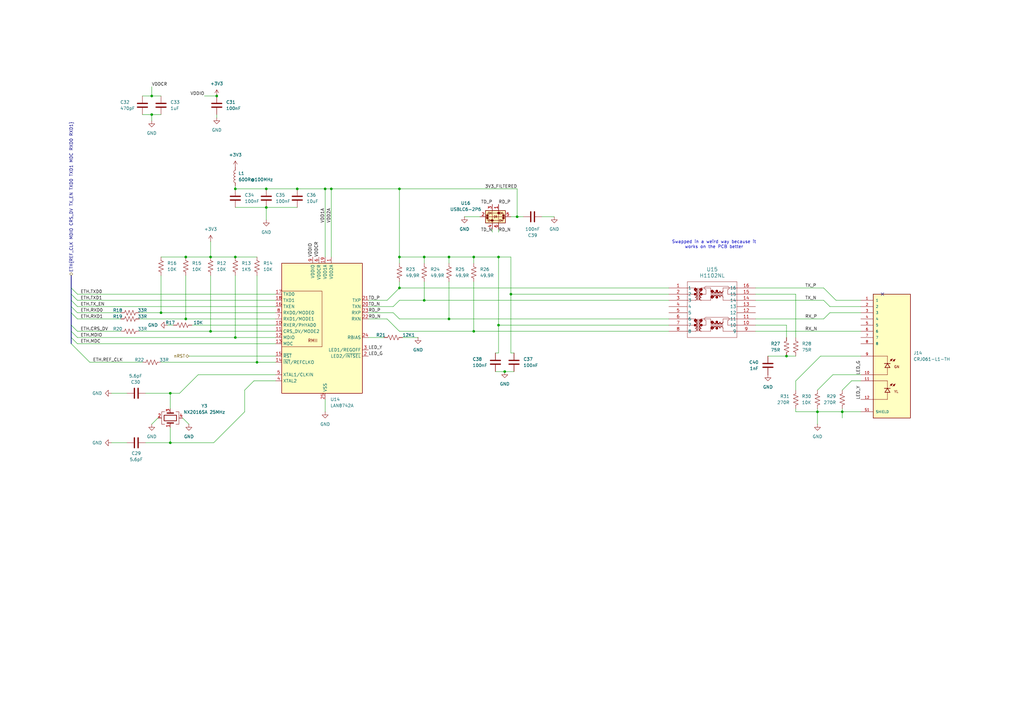
<source format=kicad_sch>
(kicad_sch (version 20250114) (generator "eeschema") (generator_version "9.0")
  (paper "A3")
  (lib_symbols
    (symbol "Connector:CRJ061-L1-TH" (pin_names (offset 1.016))
      (property "Reference" "J" (at -7.62 26.162 0))
      (property "Value" "CRJ061-L1-TH" (at -7.62 -26.162 0))
      (symbol "CRJ061-L1-TH_0_0"
        (text "GN" (at 0.889 -3.81 0) (effects (font (size 1.016 1.016)) (justify left top)))
        (text "YL" (at 0.889 -13.97 0) (effects (font (size 1.016 1.016)) (justify left top)))
        (pin passive line (at -12.7 22.86 0) (length 5.08) (name "1") (number "1"))
        (pin passive line (at -12.7 20.32 0) (length 5.08) (name "2") (number "2"))
        (pin passive line (at -12.7 17.78 0) (length 5.08) (name "3") (number "3"))
        (pin passive line (at -12.7 15.24 0) (length 5.08) (name "4") (number "4"))
        (pin passive line (at -12.7 12.7 0) (length 5.08) (name "5") (number "5"))
        (pin passive line (at -12.7 10.16 0) (length 5.08) (name "6") (number "6"))
        (pin passive line (at -12.7 7.62 0) (length 5.08) (name "7") (number "7"))
        (pin passive line (at -12.7 5.08 0) (length 5.08) (name "8") (number "8"))
        (pin passive line (at -12.7 0 0) (length 5.08) (name "~") (number "9"))
        (pin passive line (at -12.7 -7.62 0) (length 5.08) (name "~") (number "10"))
        (pin passive line (at -12.7 -10.16 0) (length 5.08) (name "~") (number "11"))
        (pin passive line (at -12.7 -17.78 0) (length 5.08) (name "~") (number "12"))
        (pin passive line (at -12.7 -22.86 0) (length 5.08) (name "SHIELD") (number "S1"))
        (pin passive line (at -12.7 -22.86 0) (length 5.08) (hide yes) (name "SHIELD") (number "S2"))
      )
    )
    (symbol "Device:C" (pin_numbers (hide yes)) (pin_names (offset 0.254))
      (property "Reference" "C" (at 0.635 2.54 0))
      (property "Value" "C" (at 0.635 -2.54 0))
      (symbol "C_1_1"
        (pin passive line (at 0 3.81 270) (length 2.794) (name "~") (number "1"))
        (pin passive line (at 0 -3.81 90) (length 2.794) (name "~") (number "2"))
      )
    )
    (symbol "Device:Crystal_GND24" (pin_names (offset 1.016) (hide yes))
      (property "Reference" "Y" (at 3.175 5.08 0))
      (property "Value" "Crystal_GND24" (at 3.175 3.175 0))
      (symbol "Crystal_GND24_1_1"
        (pin passive line (at -3.81 0 0) (length 1.27) (name "1") (number "1"))
        (pin passive line (at 0 5.08 270) (length 1.27) (name "2") (number "2"))
        (pin passive line (at 0 -5.08 90) (length 1.27) (name "4") (number "4"))
        (pin passive line (at 3.81 0 180) (length 1.27) (name "3") (number "3"))
      )
    )
    (symbol "Device:L" (pin_numbers (hide yes)) (pin_names (offset 1.016) (hide yes))
      (property "Reference" "L" (at -1.27 0 90))
      (property "Value" "L" (at 1.905 0 90))
      (symbol "L_1_1"
        (pin passive line (at 0 3.81 270) (length 1.27) (name "1") (number "1"))
        (pin passive line (at 0 -3.81 90) (length 1.27) (name "2") (number "2"))
      )
    )
    (symbol "Device:R_US" (pin_numbers (hide yes)) (pin_names (offset 0))
      (property "Reference" "R" (at 2.54 0 90))
      (property "Value" "R_US" (at -2.54 0 90))
      (symbol "R_US_1_1"
        (pin passive line (at 0 3.81 270) (length 1.27) (name "~") (number "1"))
        (pin passive line (at 0 -3.81 90) (length 1.27) (name "~") (number "2"))
      )
    )
    (symbol "Interface_Ethernet:LAN8742A"
      (property "Reference" "U" (at -13.97 29.21 0))
      (property "Value" "LAN8742A" (at 15.24 29.21 0))
      (symbol "LAN8742A_0_0"
        (text "RMII" (at -5.08 -3.81 0) (effects (font (size 1.27 1.27))))
      )
      (symbol "LAN8742A_1_1"
        (pin input line (at -20.32 15.24 0) (length 2.54) (name "TXD0") (number "17"))
        (pin input line (at -20.32 12.7 0) (length 2.54) (name "TXD1") (number "18"))
        (pin input line (at -20.32 10.16 0) (length 2.54) (name "TXEN") (number "16"))
        (pin bidirectional line (at -20.32 7.62 0) (length 2.54) (name "RXD0/MODE0") (number "8"))
        (pin bidirectional line (at -20.32 5.08 0) (length 2.54) (name "RXD1/MODE1") (number "7"))
        (pin output line (at -20.32 2.54 0) (length 2.54) (name "RXER/PHYAD0") (number "10"))
        (pin bidirectional line (at -20.32 0 0) (length 2.54) (name "CRS_DV/MODE2") (number "11"))
        (pin bidirectional line (at -20.32 -2.54 0) (length 2.54) (name "MDIO") (number "12"))
        (pin input line (at -20.32 -5.08 0) (length 2.54) (name "MDC") (number "13"))
        (pin input line (at -20.32 -10.16 0) (length 2.54) (name "~{RST}") (number "15"))
        (pin output line (at -20.32 -12.7 0) (length 2.54) (name "~{INT}/REFCLKO") (number "14"))
        (pin input line (at -20.32 -17.78 0) (length 2.54) (name "XTAL1/CLKIN") (number "5"))
        (pin output line (at -20.32 -20.32 0) (length 2.54) (name "XTAL2") (number "4"))
        (pin power_in line (at -5.08 30.48 270) (length 2.54) (name "VDDIO") (number "9"))
        (pin power_in line (at -2.54 30.48 270) (length 2.54) (name "VDDCR") (number "6"))
        (pin power_in line (at 0 30.48 270) (length 2.54) (name "VDD1A") (number "19"))
        (pin power_in line (at 0 -27.94 90) (length 2.54) (name "VSS") (number "25"))
        (pin power_in line (at 2.54 30.48 270) (length 2.54) (name "VDD2A") (number "1"))
        (pin passive line (at 17.78 12.7 180) (length 2.54) (name "TXP") (number "21"))
        (pin passive line (at 17.78 10.16 180) (length 2.54) (name "TXN") (number "20"))
        (pin passive line (at 17.78 7.62 180) (length 2.54) (name "RXP") (number "23"))
        (pin passive line (at 17.78 5.08 180) (length 2.54) (name "RXN") (number "22"))
        (pin passive line (at 17.78 -2.54 180) (length 2.54) (name "RBIAS") (number "24"))
        (pin bidirectional line (at 17.78 -7.62 180) (length 2.54) (name "LED1/REGOFF") (number "3"))
        (pin bidirectional line (at 17.78 -10.16 180) (length 2.54) (name "LED2/~{INTSEL}") (number "2"))
      )
    )
    (symbol "Isolator:H1102NL" (pin_names (offset 0.254))
      (property "Reference" "U" (at 20.32 10.16 0))
      (property "Value" "H1102NL" (at 20.32 7.62 0))
      (symbol "H1102NL_0_1"
        (pin unspecified line (at 0 0 0) (length 7.62) (name "1") (number "1"))
        (pin unspecified line (at 0 -2.54 0) (length 7.62) (name "2") (number "2"))
        (pin unspecified line (at 0 -5.08 0) (length 7.62) (name "3") (number "3"))
        (pin unspecified line (at 0 -7.62 0) (length 7.62) (name "4") (number "4"))
        (pin unspecified line (at 0 -10.16 0) (length 7.62) (name "5") (number "5"))
        (pin unspecified line (at 0 -12.7 0) (length 7.62) (name "6") (number "6"))
        (pin unspecified line (at 0 -15.24 0) (length 7.62) (name "7") (number "7"))
        (pin unspecified line (at 0 -17.78 0) (length 7.62) (name "8") (number "8"))
        (pin unspecified line (at 35.56 0 180) (length 7.62) (name "16") (number "16"))
        (pin unspecified line (at 35.56 -2.54 180) (length 7.62) (name "15") (number "15"))
        (pin unspecified line (at 35.56 -5.08 180) (length 7.62) (name "14") (number "14"))
        (pin unspecified line (at 35.56 -7.62 180) (length 7.62) (name "13") (number "13"))
        (pin unspecified line (at 35.56 -10.16 180) (length 7.62) (name "12") (number "12"))
        (pin unspecified line (at 35.56 -12.7 180) (length 7.62) (name "11") (number "11"))
        (pin unspecified line (at 35.56 -15.24 180) (length 7.62) (name "10") (number "10"))
        (pin unspecified line (at 35.56 -17.78 180) (length 7.62) (name "9") (number "9"))
      )
    )
    (symbol "Power_Protection:USBLC6-2P6" (pin_names (hide yes))
      (property "Reference" "U" (at 0.635 5.715 0))
      (property "Value" "USBLC6-2P6" (at 0.635 3.81 0))
      (symbol "USBLC6-2P6_1_1"
        (pin passive line (at -5.08 0 0) (length 2.54) (name "I/O1") (number "1"))
        (pin passive line (at -5.08 -2.54 0) (length 2.54) (name "I/O2") (number "3"))
        (pin passive line (at 0 5.08 270) (length 2.54) (name "VBUS") (number "5"))
        (pin passive line (at 0 -7.62 90) (length 2.54) (name "GND") (number "2"))
        (pin passive line (at 5.08 0 180) (length 2.54) (name "I/O1") (number "6"))
        (pin passive line (at 5.08 -2.54 180) (length 2.54) (name "I/O2") (number "4"))
      )
    )
    (symbol "power:+3V3" (power) (pin_numbers (hide yes)) (pin_names (offset 0) (hide yes))
      (property "Value" "+3V3" (at 0 3.556 0))
      (symbol "+3V3_1_1"
        (pin power_in line (at 0 0 90) (length 0) (name "~") (number "1"))
      )
    )
    (symbol "power:GND" (power) (pin_numbers (hide yes)) (pin_names (offset 0) (hide yes))
      (property "Value" "GND" (at 0 -3.81 0))
      (symbol "GND_1_1"
        (pin power_in line (at 0 0 270) (length 0) (name "~") (number "1"))
      )
    )
  )
  (text "Swapped in a weird way because it\nworks on the PCB better" (at 292.862 100.33 0) (effects (font (size 1.27 1.27))))
  (junction (at 163.83 77.47))
  (junction (at 212.09 88.9))
  (junction (at 76.2 105.41))
  (junction (at 207.01 152.4))
  (junction (at 204.47 105.41))
  (junction (at 163.83 118.11))
  (junction (at 88.9 39.37))
  (junction (at 173.99 123.19))
  (junction (at 184.15 130.81))
  (junction (at 204.47 133.35))
  (junction (at 69.85 181.61))
  (junction (at 86.36 105.41))
  (junction (at 69.85 161.29))
  (junction (at 163.83 105.41))
  (junction (at 62.23 39.37))
  (junction (at 96.52 105.41))
  (junction (at 135.89 77.47))
  (junction (at 86.36 135.89))
  (junction (at 109.22 77.47))
  (junction (at 121.92 77.47))
  (junction (at 335.28 168.91))
  (junction (at 322.58 146.05))
  (junction (at 209.55 120.65))
  (junction (at 105.41 148.59))
  (junction (at 194.31 105.41))
  (junction (at 345.44 168.91))
  (junction (at 109.22 85.09))
  (junction (at 173.99 105.41))
  (junction (at 133.35 77.47))
  (junction (at 66.04 128.27))
  (junction (at 76.2 130.81))
  (junction (at 96.52 138.43))
  (junction (at 62.23 46.99))
  (junction (at 194.31 135.89))
  (junction (at 96.52 77.47))
  (junction (at 184.15 105.41))
  (no_connect (at 361.95 120.65))
  (bus_entry (at 29.21 120.65) (size 2.54 2.54))
  (bus_entry (at 29.21 123.19) (size 2.54 2.54))
  (bus_entry (at 29.21 125.73) (size 2.54 2.54))
  (bus_entry (at 29.21 140.97) (size 2.54 2.54))
  (bus_entry (at 29.21 138.43) (size 2.54 2.54))
  (bus_entry (at 29.21 133.35) (size 2.54 2.54))
  (bus_entry (at 29.21 128.27) (size 2.54 2.54))
  (bus_entry (at 29.21 118.11) (size 2.54 2.54))
  (bus_entry (at 29.21 135.89) (size 2.54 2.54))
  (wire (pts (xy 204.47 105.41) (xy 204.47 133.35)))
  (wire (pts (xy 62.23 35.56) (xy 62.23 39.37)))
  (wire (pts (xy 337.82 123.19) (xy 340.36 125.73)))
  (wire (pts (xy 314.96 146.05) (xy 322.58 146.05)))
  (wire (pts (xy 86.36 99.06) (xy 86.36 105.41)))
  (wire (pts (xy 109.22 77.47) (xy 96.52 77.47)))
  (wire (pts (xy 184.15 115.57) (xy 184.15 130.81)))
  (wire (pts (xy 76.2 130.81) (xy 113.03 130.81)))
  (wire (pts (xy 66.04 105.41) (xy 76.2 105.41)))
  (wire (pts (xy 336.55 146.05) (xy 353.06 146.05)))
  (wire (pts (xy 36.83 148.59) (xy 58.42 148.59)))
  (wire (pts (xy 96.52 105.41) (xy 105.41 105.41)))
  (wire (pts (xy 212.09 77.47) (xy 163.83 77.47)))
  (wire (pts (xy 109.22 85.09) (xy 109.22 90.17)))
  (wire (pts (xy 342.9 123.19) (xy 337.82 118.11)))
  (wire (pts (xy 151.13 125.73) (xy 161.29 125.73)))
  (wire (pts (xy 345.44 168.91) (xy 345.44 171.45)))
  (wire (pts (xy 173.99 123.19) (xy 274.32 123.19)))
  (wire (pts (xy 204.47 133.35) (xy 274.32 133.35)))
  (wire (pts (xy 203.2 152.4) (xy 207.01 152.4)))
  (wire (pts (xy 66.04 128.27) (xy 113.03 128.27)))
  (wire (pts (xy 45.72 181.61) (xy 52.07 181.61)))
  (wire (pts (xy 133.35 163.83) (xy 133.35 168.91)))
  (wire (pts (xy 322.58 133.35) (xy 322.58 138.43)))
  (wire (pts (xy 326.39 168.91) (xy 335.28 168.91)))
  (wire (pts (xy 340.36 125.73) (xy 353.06 125.73)))
  (wire (pts (xy 78.74 133.35) (xy 113.03 133.35)))
  (wire (pts (xy 57.15 130.81) (xy 76.2 130.81)))
  (wire (pts (xy 31.75 123.19) (xy 113.03 123.19)))
  (bus (pts (xy 29.21 133.35) (xy 29.21 128.27)))
  (wire (pts (xy 209.55 88.9) (xy 212.09 88.9)))
  (wire (pts (xy 322.58 146.05) (xy 326.39 146.05)))
  (wire (pts (xy 184.15 105.41) (xy 184.15 107.95)))
  (wire (pts (xy 309.88 130.81) (xy 337.82 130.81)))
  (wire (pts (xy 326.39 156.21) (xy 336.55 146.05)))
  (wire (pts (xy 133.35 77.47) (xy 133.35 105.41)))
  (wire (pts (xy 66.04 113.03) (xy 66.04 128.27)))
  (wire (pts (xy 81.28 153.67) (xy 113.03 153.67)))
  (wire (pts (xy 274.32 135.89) (xy 194.31 135.89)))
  (wire (pts (xy 133.35 77.47) (xy 121.92 77.47)))
  (wire (pts (xy 222.25 88.9) (xy 227.33 88.9)))
  (wire (pts (xy 326.39 167.64) (xy 326.39 168.91)))
  (bus (pts (xy 29.21 123.19) (xy 29.21 120.65)))
  (wire (pts (xy 135.89 77.47) (xy 135.89 105.41)))
  (bus (pts (xy 29.21 128.27) (xy 29.21 125.73)))
  (wire (pts (xy 69.85 181.61) (xy 69.85 175.26)))
  (wire (pts (xy 69.85 167.64) (xy 69.85 161.29)))
  (wire (pts (xy 62.23 173.99) (xy 64.77 171.45)))
  (wire (pts (xy 121.92 77.47) (xy 109.22 77.47)))
  (wire (pts (xy 100.33 160.02) (xy 100.33 168.91)))
  (wire (pts (xy 62.23 49.53) (xy 62.23 46.99)))
  (wire (pts (xy 345.44 167.64) (xy 345.44 168.91)))
  (wire (pts (xy 309.88 118.11) (xy 337.82 118.11)))
  (wire (pts (xy 274.32 118.11) (xy 163.83 118.11)))
  (wire (pts (xy 163.83 130.81) (xy 184.15 130.81)))
  (wire (pts (xy 76.2 113.03) (xy 76.2 130.81)))
  (wire (pts (xy 201.93 95.25) (xy 201.93 93.98)))
  (wire (pts (xy 349.25 156.21) (xy 353.06 156.21)))
  (wire (pts (xy 190.5 88.9) (xy 196.85 88.9)))
  (bus (pts (xy 29.21 138.43) (xy 29.21 135.89)))
  (wire (pts (xy 96.52 113.03) (xy 96.52 138.43)))
  (wire (pts (xy 57.15 135.89) (xy 86.36 135.89)))
  (wire (pts (xy 45.72 161.29) (xy 52.07 161.29)))
  (wire (pts (xy 309.88 135.89) (xy 353.06 135.89)))
  (bus (pts (xy 29.21 118.11) (xy 29.21 113.03)))
  (wire (pts (xy 73.66 161.29) (xy 81.28 153.67)))
  (wire (pts (xy 77.47 173.99) (xy 74.93 171.45)))
  (wire (pts (xy 335.28 160.02) (xy 341.63 153.67)))
  (wire (pts (xy 309.88 123.19) (xy 337.82 123.19)))
  (wire (pts (xy 326.39 160.02) (xy 326.39 156.21)))
  (wire (pts (xy 62.23 39.37) (xy 66.04 39.37)))
  (wire (pts (xy 104.14 156.21) (xy 100.33 160.02)))
  (wire (pts (xy 151.13 130.81) (xy 158.75 130.81)))
  (wire (pts (xy 86.36 135.89) (xy 113.03 135.89)))
  (wire (pts (xy 173.99 105.41) (xy 184.15 105.41)))
  (wire (pts (xy 204.47 95.25) (xy 204.47 93.98)))
  (wire (pts (xy 69.85 161.29) (xy 73.66 161.29)))
  (wire (pts (xy 326.39 120.65) (xy 326.39 138.43)))
  (wire (pts (xy 163.83 105.41) (xy 173.99 105.41)))
  (wire (pts (xy 151.13 128.27) (xy 161.29 128.27)))
  (wire (pts (xy 163.83 135.89) (xy 194.31 135.89)))
  (wire (pts (xy 69.85 181.61) (xy 87.63 181.61)))
  (wire (pts (xy 209.55 120.65) (xy 274.32 120.65)))
  (wire (pts (xy 209.55 105.41) (xy 209.55 120.65)))
  (wire (pts (xy 163.83 105.41) (xy 163.83 107.95)))
  (wire (pts (xy 163.83 77.47) (xy 135.89 77.47)))
  (wire (pts (xy 31.75 135.89) (xy 49.53 135.89)))
  (wire (pts (xy 345.44 168.91) (xy 353.06 168.91)))
  (wire (pts (xy 151.13 138.43) (xy 157.48 138.43)))
  (wire (pts (xy 88.9 48.26) (xy 88.9 46.99)))
  (wire (pts (xy 104.14 156.21) (xy 113.03 156.21)))
  (wire (pts (xy 341.63 153.67) (xy 353.06 153.67)))
  (wire (pts (xy 76.2 105.41) (xy 86.36 105.41)))
  (wire (pts (xy 31.75 130.81) (xy 49.53 130.81)))
  (wire (pts (xy 194.31 105.41) (xy 204.47 105.41)))
  (wire (pts (xy 83.82 39.37) (xy 88.9 39.37)))
  (wire (pts (xy 309.88 133.35) (xy 322.58 133.35)))
  (wire (pts (xy 113.03 148.59) (xy 105.41 148.59)))
  (wire (pts (xy 105.41 113.03) (xy 105.41 148.59)))
  (wire (pts (xy 151.13 123.19) (xy 158.75 123.19)))
  (wire (pts (xy 77.47 146.05) (xy 113.03 146.05)))
  (wire (pts (xy 335.28 168.91) (xy 335.28 173.99)))
  (wire (pts (xy 163.83 77.47) (xy 163.83 105.41)))
  (wire (pts (xy 62.23 46.99) (xy 66.04 46.99)))
  (wire (pts (xy 203.2 144.78) (xy 204.47 144.78)))
  (wire (pts (xy 194.31 115.57) (xy 194.31 135.89)))
  (wire (pts (xy 353.06 123.19) (xy 342.9 123.19)))
  (bus (pts (xy 29.21 135.89) (xy 29.21 133.35)))
  (wire (pts (xy 86.36 105.41) (xy 96.52 105.41)))
  (wire (pts (xy 36.83 148.59) (xy 31.75 143.51)))
  (wire (pts (xy 87.63 181.61) (xy 100.33 168.91)))
  (wire (pts (xy 68.58 133.35) (xy 71.12 133.35)))
  (wire (pts (xy 212.09 77.47) (xy 212.09 88.9)))
  (wire (pts (xy 345.44 160.02) (xy 349.25 156.21)))
  (wire (pts (xy 31.75 138.43) (xy 96.52 138.43)))
  (wire (pts (xy 31.75 140.97) (xy 113.03 140.97)))
  (wire (pts (xy 163.83 118.11) (xy 158.75 123.19)))
  (wire (pts (xy 274.32 130.81) (xy 184.15 130.81)))
  (wire (pts (xy 62.23 39.37) (xy 58.42 39.37)))
  (wire (pts (xy 96.52 77.47) (xy 96.52 76.2)))
  (wire (pts (xy 194.31 105.41) (xy 194.31 107.95)))
  (wire (pts (xy 59.69 161.29) (xy 69.85 161.29)))
  (wire (pts (xy 335.28 167.64) (xy 335.28 168.91)))
  (wire (pts (xy 163.83 130.81) (xy 161.29 128.27)))
  (wire (pts (xy 335.28 168.91) (xy 345.44 168.91)))
  (wire (pts (xy 31.75 125.73) (xy 113.03 125.73)))
  (wire (pts (xy 204.47 105.41) (xy 209.55 105.41)))
  (wire (pts (xy 340.36 128.27) (xy 337.82 130.81)))
  (wire (pts (xy 163.83 123.19) (xy 173.99 123.19)))
  (wire (pts (xy 209.55 120.65) (xy 209.55 144.78)))
  (bus (pts (xy 29.21 140.97) (xy 29.21 138.43)))
  (wire (pts (xy 184.15 105.41) (xy 194.31 105.41)))
  (wire (pts (xy 135.89 77.47) (xy 133.35 77.47)))
  (wire (pts (xy 173.99 105.41) (xy 173.99 107.95)))
  (bus (pts (xy 29.21 120.65) (xy 29.21 118.11)))
  (wire (pts (xy 204.47 133.35) (xy 204.47 144.78)))
  (wire (pts (xy 207.01 152.4) (xy 210.82 152.4)))
  (wire (pts (xy 57.15 128.27) (xy 66.04 128.27)))
  (wire (pts (xy 161.29 125.73) (xy 163.83 123.19)))
  (wire (pts (xy 31.75 128.27) (xy 49.53 128.27)))
  (wire (pts (xy 163.83 135.89) (xy 158.75 130.81)))
  (wire (pts (xy 209.55 144.78) (xy 210.82 144.78)))
  (wire (pts (xy 173.99 115.57) (xy 173.99 123.19)))
  (wire (pts (xy 109.22 85.09) (xy 121.92 85.09)))
  (wire (pts (xy 31.75 120.65) (xy 113.03 120.65)))
  (wire (pts (xy 171.45 138.43) (xy 165.1 138.43)))
  (wire (pts (xy 105.41 148.59) (xy 66.04 148.59)))
  (wire (pts (xy 96.52 138.43) (xy 113.03 138.43)))
  (wire (pts (xy 58.42 46.99) (xy 62.23 46.99)))
  (wire (pts (xy 163.83 115.57) (xy 163.83 118.11)))
  (wire (pts (xy 353.06 128.27) (xy 340.36 128.27)))
  (wire (pts (xy 309.88 120.65) (xy 326.39 120.65)))
  (wire (pts (xy 212.09 88.9) (xy 214.63 88.9)))
  (wire (pts (xy 96.52 85.09) (xy 109.22 85.09)))
  (wire (pts (xy 86.36 113.03) (xy 86.36 135.89)))
  (bus (pts (xy 29.21 125.73) (xy 29.21 123.19)))
  (wire (pts (xy 59.69 181.61) (xy 69.85 181.61)))
  (label "LED_G" (at 353.06 153.67 90))
  (label "RD_P" (at 204.47 83.82 0))
  (label "TD_N" (at 201.93 95.25 180))
  (label "TD_N" (at 151.13 125.73 0))
  (label "LED_Y" (at 151.13 143.51 0))
  (label "RX_N" (at 330.2 135.89 0))
  (label "VDD1A" (at 133.35 91.44 90))
  (label "TX_N" (at 330.2 123.19 0))
  (label "RD_P" (at 151.13 128.27 0))
  (label "TX_P" (at 330.2 118.11 0))
  (label "ETH.TXD1" (at 33.02 123.19 0))
  (label "ETH.REF_CLK" (at 38.1 148.59 0))
  (label "ETH.TX_EN" (at 33.02 125.73 0))
  (label "VDDIO" (at 128.27 105.41 90))
  (label "TD_P" (at 201.93 83.82 180))
  (label "RD_N" (at 151.13 130.81 0))
  (label "VDD2A" (at 135.89 91.44 90))
  (label "ETH.MDC" (at 33.02 140.97 0))
  (label "ETH.RXD1" (at 33.02 130.81 0))
  (label "3V3_FILTERED" (at 212.09 77.47 180))
  (label "RD_N" (at 204.47 95.25 0))
  (label "VDDCR" (at 130.81 105.41 90))
  (label "ETH.MDIO" (at 33.02 138.43 0))
  (label "LED_G" (at 151.13 146.05 0))
  (label "VDDCR" (at 62.23 35.56 0))
  (label "TD_P" (at 151.13 123.19 0))
  (label "ETH.RXD0" (at 33.02 128.27 0))
  (label "VDDIO" (at 83.82 39.37 180))
  (label "LED_Y" (at 353.06 163.83 90))
  (label "RX_P" (at 330.2 130.81 0))
  (label "ETH.CRS_DV" (at 33.02 135.89 0))
  (label "ETH.TXD0" (at 33.02 120.65 0))
  (hierarchical_label "ETH{REF_CLK MDIO CRS_DV TX_EN TXD0 TXD1 MDC RXD0 RXD1}" (shape bidirectional) (at 29.21 113.03 90))
  (hierarchical_label "nRST" (shape bidirectional) (at 77.47 146.05 180))
  (symbol (lib_id "power:GND") (at 45.72 161.29 270) (unit 1)
    (property "Reference" "#PWR073" (effects (hide yes)))
    (property "Value" "GND" (at 41.91 161.2899 90) (effects (justify right)))
    (property "Description" "Power symbol creates a global label with name \"GND\" , ground" (effects (hide yes)))
  )
  (symbol (lib_id "power:GND") (at 133.35 168.91 0) (unit 1)
    (property "Reference" "#PWR076" (effects (hide yes)))
    (property "Value" "GND" (at 133.35 173.99 0))
    (property "Description" "Power symbol creates a global label with name \"GND\" , ground" (effects (hide yes)))
  )
  (symbol (lib_id "Interface_Ethernet:LAN8742A") (at 133.35 135.89 0) (unit 1)
    (property "Reference" "U14" (at 135.4933 163.83 0) (effects (justify left)))
    (property "Value" "LAN8742A" (at 135.4933 166.37 0) (effects (justify left)))
    (property "Footprint" "Package_DFN_QFN:VQFN-24-1EP_4x4mm_P0.5mm_EP2.5x2.5mm_ThermalVias" (effects (hide yes)))
    (property "Datasheet" "http://ww1.microchip.com/downloads/en/DeviceDoc/8742a.pdf" (effects (hide yes)))
    (property "Description" "LAN8720 Ethernet PHY with RMII interface, QFN-24" (effects (hide yes)))
  )
  (symbol (lib_id "Device:R_US") (at 53.34 130.81 90) (unit 1)
    (property "Reference" "R19" (at 48.26 129.794 90))
    (property "Value" "33R" (at 58.42 129.794 90))
    (property "Footprint" "Resistor_SMD:R_0603_1608Metric" (effects (hide yes)))
    (property "Description" "Resistor, US symbol" (effects (hide yes)))
  )
  (symbol (lib_id "Device:R_US") (at 76.2 109.22 0) (unit 1)
    (property "Reference" "R15" (at 78.74 107.9499 0) (effects (justify left)))
    (property "Value" "10K" (at 78.74 110.4899 0) (effects (justify left)))
    (property "Footprint" "Resistor_SMD:R_0603_1608Metric" (effects (hide yes)))
    (property "Description" "Resistor, US symbol" (effects (hide yes)))
  )
  (symbol (lib_id "Device:R_US") (at 163.83 111.76 0) (unit 1)
    (property "Reference" "R23" (at 166.37 110.4899 0) (effects (justify left)))
    (property "Value" "49.9R" (at 166.37 113.0299 0) (effects (justify left)))
    (property "Footprint" "Resistor_SMD:R_0603_1608Metric" (effects (hide yes)))
    (property "Description" "Resistor, US symbol" (effects (hide yes)))
  )
  (symbol (lib_id "power:GND") (at 62.23 173.99 0) (unit 1)
    (property "Reference" "#PWR074" (effects (hide yes)))
    (property "Value" "GND" (at 62.23 179.07 0))
    (property "Description" "Power symbol creates a global label with name \"GND\" , ground" (effects (hide yes)))
  )
  (symbol (lib_id "power:GND") (at 190.5 88.9 0) (unit 1)
    (property "Reference" "#PWR086" (effects (hide yes)))
    (property "Value" "GND" (at 190.5 93.98 0))
    (property "Description" "Power symbol creates a global label with name \"GND\" , ground" (effects (hide yes)))
  )
  (symbol (lib_id "Device:C") (at 109.22 81.28 0) (unit 1)
    (property "Reference" "C35" (at 113.03 80.0099 0) (effects (justify left)))
    (property "Value" "100nF" (at 113.03 82.5499 0) (effects (justify left)))
    (property "Footprint" "Capacitor_SMD:C_0603_1608Metric" (effects (hide yes)))
    (property "Description" "Unpolarized capacitor" (effects (hide yes)))
  )
  (symbol (lib_id "Isolator:H1102NL") (at 274.32 118.11 0) (unit 1)
    (property "Reference" "U15" (at 292.1 110.49 0) (effects (font (size 1.524 1.524))))
    (property "Value" "H1102NL" (at 292.1 113.03 0) (effects (font (size 1.524 1.524))))
    (property "Footprint" "Transformer_SMD:Transformer_Pulse_H1100NL" (effects (hide yes)))
    (property "Datasheet" "H1102NL" (effects (hide yes)))
  )
  (symbol (lib_id "power:GND") (at 335.28 173.99 0) (unit 1)
    (property "Reference" "#PWR088" (effects (hide yes)))
    (property "Value" "GND" (at 335.28 179.07 0))
    (property "Description" "Power symbol creates a global label with name \"GND\" , ground" (effects (hide yes)))
  )
  (symbol (lib_id "Device:C") (at 58.42 43.18 0) (unit 1)
    (property "Reference" "C32" (at 49.276 41.91 0) (effects (justify left)))
    (property "Value" "470pF" (at 49.276 44.45 0) (effects (justify left)))
    (property "Footprint" "Capacitor_SMD:C_0603_1608Metric" (effects (hide yes)))
    (property "Description" "Unpolarized capacitor" (effects (hide yes)))
  )
  (symbol (lib_id "Device:L") (at 96.52 72.39 180) (unit 1)
    (property "Reference" "L1" (at 97.79 71.1199 0) (effects (justify right)))
    (property "Value" "600R@100MHz" (at 97.79 73.6599 0) (effects (justify right)))
    (property "Footprint" "Capacitor_SMD:C_0603_1608Metric" (effects (hide yes)))
    (property "Description" "Inductor" (effects (hide yes)))
  )
  (symbol (lib_id "Device:C") (at 314.96 149.86 0) (mirror y) (unit 1)
    (property "Reference" "C40" (at 311.15 148.5899 0) (effects (justify left)))
    (property "Value" "1nF" (at 311.15 151.1299 0) (effects (justify left)))
    (property "Footprint" "Capacitor_SMD:C_0603_1608Metric" (effects (hide yes)))
    (property "Description" "Unpolarized capacitor" (effects (hide yes)))
  )
  (symbol (lib_id "power:GND") (at 88.9 48.26 0) (unit 1)
    (property "Reference" "#PWR080" (effects (hide yes)))
    (property "Value" "GND" (at 88.9 53.34 0))
    (property "Description" "Power symbol creates a global label with name \"GND\" , ground" (effects (hide yes)))
  )
  (symbol (lib_id "Device:C") (at 55.88 181.61 90) (unit 1)
    (property "Reference" "C29" (at 55.88 185.928 90))
    (property "Value" "5.6pF" (at 55.88 188.468 90))
    (property "Footprint" "Capacitor_SMD:C_0603_1608Metric" (effects (hide yes)))
    (property "Description" "Unpolarized capacitor" (effects (hide yes)))
  )
  (symbol (lib_id "power:+3V3") (at 86.36 99.06 0) (unit 1)
    (property "Reference" "#PWR077" (effects (hide yes)))
    (property "Value" "+3V3" (at 86.36 93.98 0))
    (property "Description" "Power symbol creates a global label with name \"+3V3\"" (effects (hide yes)))
  )
  (symbol (lib_id "Device:R_US") (at 326.39 163.83 0) (mirror y) (unit 1)
    (property "Reference" "R31" (at 323.85 162.5599 0) (effects (justify left)))
    (property "Value" "270R" (at 323.85 165.0999 0) (effects (justify left)))
    (property "Footprint" "Resistor_SMD:R_0603_1608Metric" (effects (hide yes)))
    (property "Description" "Resistor, US symbol" (effects (hide yes)))
  )
  (symbol (lib_id "Device:C") (at 55.88 161.29 270) (unit 1)
    (property "Reference" "C30" (at 55.626 156.718 90))
    (property "Value" "5.6pF" (at 55.626 154.178 90))
    (property "Footprint" "Capacitor_SMD:C_0603_1608Metric" (effects (hide yes)))
    (property "Description" "Unpolarized capacitor" (effects (hide yes)))
  )
  (symbol (lib_id "Device:R_US") (at 53.34 128.27 90) (unit 1)
    (property "Reference" "R18" (at 48.26 127.254 90))
    (property "Value" "33R" (at 58.42 127.254 90))
    (property "Footprint" "Resistor_SMD:R_0603_1608Metric" (effects (hide yes)))
    (property "Description" "Resistor, US symbol" (effects (hide yes)))
  )
  (symbol (lib_id "power:GND") (at 109.22 90.17 0) (unit 1)
    (property "Reference" "#PWR083" (effects (hide yes)))
    (property "Value" "GND" (at 109.22 95.25 0))
    (property "Description" "Power symbol creates a global label with name \"GND\" , ground" (effects (hide yes)))
  )
  (symbol (lib_id "Device:R_US") (at 184.15 111.76 0) (unit 1)
    (property "Reference" "R25" (at 186.69 110.4899 0) (effects (justify left)))
    (property "Value" "49.9R" (at 186.69 113.0299 0) (effects (justify left)))
    (property "Footprint" "Resistor_SMD:R_0603_1608Metric" (effects (hide yes)))
    (property "Description" "Resistor, US symbol" (effects (hide yes)))
  )
  (symbol (lib_id "Device:R_US") (at 105.41 109.22 0) (unit 1)
    (property "Reference" "R14" (at 107.95 107.9499 0) (effects (justify left)))
    (property "Value" "10K" (at 107.95 110.4899 0) (effects (justify left)))
    (property "Footprint" "Resistor_SMD:R_0603_1608Metric" (effects (hide yes)))
    (property "Description" "Resistor, US symbol" (effects (hide yes)))
  )
  (symbol (lib_id "Connector:CRJ061-L1-TH") (at 365.76 146.05 0) (unit 1)
    (property "Reference" "J14" (at 374.65 144.7799 0) (effects (justify left)))
    (property "Value" "CRJ061-L1-TH" (at 374.65 147.3199 0) (effects (justify left)))
    (property "Footprint" "Connector_RJ:CUI_CRJ061-L1-TH" (effects (hide yes)))
    (property "DigiKey_Part_Number" "2223-CRJ061-L1-TH-ND" (effects (hide yes)))
    (property "SnapEDA_Link" "https://www.snapeda.com/parts/CRJ061-L1-TH/Same+Sky/view-part/?ref=snap" (effects (hide yes)))
    (property "MAXIMUM_PACKAGE_HEIGHT" "16.43 mm" (effects (hide yes)))
    (property "Package" "None" (effects (hide yes)))
    (property "Check_prices" "https://www.snapeda.com/parts/CRJ061-L1-TH/Same+Sky/view-part/?ref=eda" (effects (hide yes)))
    (property "STANDARD" "Manufacturer Recommendations" (effects (hide yes)))
    (property "PARTREV" "1.0" (effects (hide yes)))
    (property "MF" "Same Sky" (effects (hide yes)))
    (property "MP" "CRJ061-L1-TH" (effects (hide yes)))
    (property "Description_1" "8P8C, Single Port, Vertical, Shielded, LED, Through Hole, RJ45 Modular Connector" (effects (hide yes)))
    (property "MANUFACTURER" "CUI Devices" (effects (hide yes)))
  )
  (symbol (lib_id "Device:R_US") (at 345.44 163.83 0) (mirror y) (unit 1)
    (property "Reference" "R29" (at 342.9 162.5599 0) (effects (justify left)))
    (property "Value" "270R" (at 342.9 165.0999 0) (effects (justify left)))
    (property "Footprint" "Resistor_SMD:R_0603_1608Metric" (effects (hide yes)))
    (property "Description" "Resistor, US symbol" (effects (hide yes)))
  )
  (symbol (lib_id "Device:R_US") (at 53.34 135.89 90) (unit 1)
    (property "Reference" "R20" (at 48.26 134.874 90))
    (property "Value" "33R" (at 58.42 134.874 90))
    (property "Footprint" "Resistor_SMD:R_0603_1608Metric" (effects (hide yes)))
    (property "Description" "Resistor, US symbol" (effects (hide yes)))
  )
  (symbol (lib_id "Device:R_US") (at 74.93 133.35 90) (unit 1)
    (property "Reference" "R17" (at 69.85 132.334 90))
    (property "Value" "10K" (at 81.28 132.334 90))
    (property "Footprint" "Resistor_SMD:R_0603_1608Metric" (effects (hide yes)))
    (property "Description" "Resistor, US symbol" (effects (hide yes)))
  )
  (symbol (lib_id "Device:C") (at 88.9 43.18 0) (unit 1)
    (property "Reference" "C31" (at 92.71 41.9099 0) (effects (justify left)))
    (property "Value" "100nF" (at 92.71 44.4499 0) (effects (justify left)))
    (property "Footprint" "Capacitor_SMD:C_0603_1608Metric" (effects (hide yes)))
    (property "Description" "Unpolarized capacitor" (effects (hide yes)))
  )
  (symbol (lib_id "Device:R_US") (at 326.39 142.24 0) (unit 1)
    (property "Reference" "R28" (at 328.93 140.9699 0) (effects (justify left)))
    (property "Value" "75R" (at 328.93 143.5099 0) (effects (justify left)))
    (property "Footprint" "Resistor_SMD:R_0603_1608Metric" (effects (hide yes)))
    (property "Description" "Resistor, US symbol" (effects (hide yes)))
  )
  (symbol (lib_id "Device:C") (at 121.92 81.28 0) (unit 1)
    (property "Reference" "C36" (at 125.73 80.0099 0) (effects (justify left)))
    (property "Value" "10uF" (at 125.73 82.5499 0) (effects (justify left)))
    (property "Footprint" "Capacitor_SMD:C_0603_1608Metric" (effects (hide yes)))
    (property "Description" "Unpolarized capacitor" (effects (hide yes)))
  )
  (symbol (lib_id "Device:R_US") (at 161.29 138.43 90) (unit 1)
    (property "Reference" "R21" (at 156.21 137.414 90))
    (property "Value" "12K1" (at 167.64 137.414 90))
    (property "Footprint" "Resistor_SMD:R_0603_1608Metric" (effects (hide yes)))
    (property "Description" "Resistor, US symbol" (effects (hide yes)))
  )
  (symbol (lib_id "Device:R_US") (at 62.23 148.59 90) (unit 1)
    (property "Reference" "R22" (at 57.15 147.574 90))
    (property "Value" "33R" (at 67.31 147.574 90))
    (property "Footprint" "Resistor_SMD:R_0603_1608Metric" (effects (hide yes)))
    (property "Description" "Resistor, US symbol" (effects (hide yes)))
  )
  (symbol (lib_id "power:GND") (at 171.45 138.43 0) (unit 1)
    (property "Reference" "#PWR081" (effects (hide yes)))
    (property "Value" "GND" (at 171.45 143.51 0))
    (property "Description" "Power symbol creates a global label with name \"GND\" , ground" (effects (hide yes)))
  )
  (symbol (lib_id "Device:R_US") (at 335.28 163.83 0) (mirror y) (unit 1)
    (property "Reference" "R30" (at 332.74 162.5599 0) (effects (justify left)))
    (property "Value" "10K" (at 332.74 165.0999 0) (effects (justify left)))
    (property "Footprint" "Resistor_SMD:R_0603_1608Metric" (effects (hide yes)))
    (property "Description" "Resistor, US symbol" (effects (hide yes)))
  )
  (symbol (lib_id "Device:R_US") (at 194.31 111.76 0) (unit 1)
    (property "Reference" "R26" (at 196.85 110.4899 0) (effects (justify left)))
    (property "Value" "49.9R" (at 196.85 113.0299 0) (effects (justify left)))
    (property "Footprint" "Resistor_SMD:R_0603_1608Metric" (effects (hide yes)))
    (property "Description" "Resistor, US symbol" (effects (hide yes)))
  )
  (symbol (lib_id "power:+3V3") (at 88.9 39.37 0) (unit 1)
    (property "Reference" "#PWR079" (effects (hide yes)))
    (property "Value" "+3V3" (at 88.9 34.29 0))
    (property "Description" "Power symbol creates a global label with name \"+3V3\"" (effects (hide yes)))
  )
  (symbol (lib_id "power:GND") (at 62.23 49.53 0) (unit 1)
    (property "Reference" "#PWR078" (effects (hide yes)))
    (property "Value" "GND" (at 62.23 54.61 0))
    (property "Description" "Power symbol creates a global label with name \"GND\" , ground" (effects (hide yes)))
  )
  (symbol (lib_id "Power_Protection:USBLC6-2P6") (at 204.47 88.9 270) (unit 1)
    (property "Reference" "U16" (at 191.008 83.312 90))
    (property "Value" "USBLC6-2P6" (at 191.008 85.852 90))
    (property "Footprint" "Package_TO_SOT_SMD:SOT-666" (effects (hide yes)))
    (property "Datasheet" "https://www.st.com/resource/en/datasheet/usblc6-2.pdf" (effects (hide yes)))
    (property "Description" "Very low capacitance ESD protection diode, 2 data-line, SOT-666" (effects (hide yes)))
  )
  (symbol (lib_id "Device:C") (at 218.44 88.9 270) (mirror x) (unit 1)
    (property "Reference" "C39" (at 218.44 96.52 90))
    (property "Value" "100nF" (at 218.44 93.98 90))
    (property "Footprint" "Capacitor_SMD:C_0603_1608Metric" (effects (hide yes)))
    (property "Description" "Unpolarized capacitor" (effects (hide yes)))
  )
  (symbol (lib_id "power:GND") (at 77.47 173.99 0) (unit 1)
    (property "Reference" "#PWR075" (effects (hide yes)))
    (property "Value" "GND" (at 77.47 179.07 0))
    (property "Description" "Power symbol creates a global label with name \"GND\" , ground" (effects (hide yes)))
  )
  (symbol (lib_id "power:GND") (at 207.01 152.4 0) (unit 1)
    (property "Reference" "#PWR084" (effects (hide yes)))
    (property "Value" "GND" (at 207.01 157.48 0))
    (property "Description" "Power symbol creates a global label with name \"GND\" , ground" (effects (hide yes)))
  )
  (symbol (lib_id "Device:Crystal_GND24") (at 69.85 171.45 90) (unit 1)
    (property "Reference" "Y3" (at 83.82 166.4968 90))
    (property "Value" "NX2016SA 25MHz" (at 83.82 169.0368 90))
    (property "Footprint" "Crystal:Crystal_SMD_1210-4Pin_1.2x1.0mm" (effects (hide yes)))
    (property "Description" "Four pin crystal, GND on pins 2 and 4" (effects (hide yes)))
  )
  (symbol (lib_id "Device:R_US") (at 86.36 109.22 0) (unit 1)
    (property "Reference" "R12" (at 88.9 107.9499 0) (effects (justify left)))
    (property "Value" "10K" (at 88.9 110.4899 0) (effects (justify left)))
    (property "Footprint" "Resistor_SMD:R_0603_1608Metric" (effects (hide yes)))
    (property "Description" "Resistor, US symbol" (effects (hide yes)))
  )
  (symbol (lib_id "Device:C") (at 66.04 43.18 0) (unit 1)
    (property "Reference" "C33" (at 69.85 41.9099 0) (effects (justify left)))
    (property "Value" "1uF" (at 69.85 44.4499 0) (effects (justify left)))
    (property "Footprint" "Capacitor_SMD:C_0603_1608Metric" (effects (hide yes)))
    (property "Description" "Unpolarized capacitor" (effects (hide yes)))
  )
  (symbol (lib_id "power:GND") (at 45.72 181.61 270) (unit 1)
    (property "Reference" "#PWR072" (effects (hide yes)))
    (property "Value" "GND" (at 41.91 181.6099 90) (effects (justify right)))
    (property "Description" "Power symbol creates a global label with name \"GND\" , ground" (effects (hide yes)))
  )
  (symbol (lib_id "power:GND") (at 68.58 133.35 270) (unit 1)
    (property "Reference" "#PWR066" (effects (hide yes)))
    (property "Value" "GND" (at 64.77 133.3499 90) (effects (justify right)))
    (property "Description" "Power symbol creates a global label with name \"GND\" , ground" (effects (hide yes)))
  )
  (symbol (lib_id "Device:C") (at 210.82 148.59 0) (unit 1)
    (property "Reference" "C37" (at 214.63 147.3199 0) (effects (justify left)))
    (property "Value" "100nF" (at 214.63 149.8599 0) (effects (justify left)))
    (property "Footprint" "Capacitor_SMD:C_0603_1608Metric" (effects (hide yes)))
    (property "Description" "Unpolarized capacitor" (effects (hide yes)))
  )
  (symbol (lib_id "Device:C") (at 96.52 81.28 0) (unit 1)
    (property "Reference" "C34" (at 100.33 80.0099 0) (effects (justify left)))
    (property "Value" "100nF" (at 100.33 82.5499 0) (effects (justify left)))
    (property "Footprint" "Capacitor_SMD:C_0603_1608Metric" (effects (hide yes)))
    (property "Description" "Unpolarized capacitor" (effects (hide yes)))
  )
  (symbol (lib_id "Device:R_US") (at 173.99 111.76 0) (unit 1)
    (property "Reference" "R24" (at 176.53 110.4899 0) (effects (justify left)))
    (property "Value" "49.9R" (at 176.53 113.0299 0) (effects (justify left)))
    (property "Footprint" "Resistor_SMD:R_0603_1608Metric" (effects (hide yes)))
    (property "Description" "Resistor, US symbol" (effects (hide yes)))
  )
  (symbol (lib_id "power:GND") (at 227.33 88.9 0) (unit 1)
    (property "Reference" "#PWR085" (effects (hide yes)))
    (property "Value" "GND" (at 227.33 93.98 0))
    (property "Description" "Power symbol creates a global label with name \"GND\" , ground" (effects (hide yes)))
  )
  (symbol (lib_id "power:GND") (at 314.96 153.67 0) (unit 1)
    (property "Reference" "#PWR087" (effects (hide yes)))
    (property "Value" "GND" (at 314.96 158.75 0))
    (property "Description" "Power symbol creates a global label with name \"GND\" , ground" (effects (hide yes)))
  )
  (symbol (lib_id "Device:R_US") (at 322.58 142.24 0) (mirror y) (unit 1)
    (property "Reference" "R27" (at 320.04 140.9699 0) (effects (justify left)))
    (property "Value" "75R" (at 320.04 143.5099 0) (effects (justify left)))
    (property "Footprint" "Resistor_SMD:R_0603_1608Metric" (effects (hide yes)))
    (property "Description" "Resistor, US symbol" (effects (hide yes)))
  )
  (symbol (lib_id "Device:C") (at 203.2 148.59 180) (unit 1)
    (property "Reference" "C38" (at 193.802 147.32 0) (effects (justify right)))
    (property "Value" "100nF" (at 193.802 149.86 0) (effects (justify right)))
    (property "Footprint" "Capacitor_SMD:C_0603_1608Metric" (effects (hide yes)))
    (property "Description" "Unpolarized capacitor" (effects (hide yes)))
  )
  (symbol (lib_id "Device:R_US") (at 96.52 109.22 0) (unit 1)
    (property "Reference" "R13" (at 99.06 107.9499 0) (effects (justify left)))
    (property "Value" "1K5" (at 99.06 110.4899 0) (effects (justify left)))
    (property "Footprint" "Resistor_SMD:R_0603_1608Metric" (effects (hide yes)))
    (property "Description" "Resistor, US symbol" (effects (hide yes)))
  )
  (symbol (lib_id "Device:R_US") (at 66.04 109.22 0) (unit 1)
    (property "Reference" "R16" (at 68.58 107.9499 0) (effects (justify left)))
    (property "Value" "10K" (at 68.58 110.4899 0) (effects (justify left)))
    (property "Footprint" "Resistor_SMD:R_0603_1608Metric" (effects (hide yes)))
    (property "Description" "Resistor, US symbol" (effects (hide yes)))
  )
  (symbol (lib_id "power:+3V3") (at 96.52 68.58 0) (unit 1)
    (property "Reference" "#PWR082" (effects (hide yes)))
    (property "Value" "+3V3" (at 96.52 63.5 0))
    (property "Description" "Power symbol creates a global label with name \"+3V3\"" (effects (hide yes)))
  )
)
</source>
